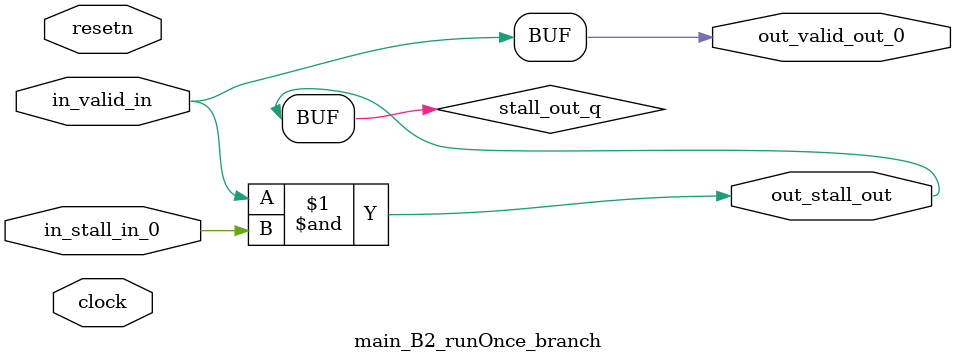
<source format=sv>



(* altera_attribute = "-name AUTO_SHIFT_REGISTER_RECOGNITION OFF; -name MESSAGE_DISABLE 10036; -name MESSAGE_DISABLE 10037; -name MESSAGE_DISABLE 14130; -name MESSAGE_DISABLE 14320; -name MESSAGE_DISABLE 15400; -name MESSAGE_DISABLE 14130; -name MESSAGE_DISABLE 10036; -name MESSAGE_DISABLE 12020; -name MESSAGE_DISABLE 12030; -name MESSAGE_DISABLE 12010; -name MESSAGE_DISABLE 12110; -name MESSAGE_DISABLE 14320; -name MESSAGE_DISABLE 13410; -name MESSAGE_DISABLE 113007; -name MESSAGE_DISABLE 10958" *)
module main_B2_runOnce_branch (
    input wire [0:0] in_stall_in_0,
    input wire [0:0] in_valid_in,
    output wire [0:0] out_stall_out,
    output wire [0:0] out_valid_out_0,
    input wire clock,
    input wire resetn
    );

    wire [0:0] stall_out_q;


    // stall_out(LOGICAL,6)
    assign stall_out_q = in_valid_in & in_stall_in_0;

    // out_stall_out(GPOUT,4)
    assign out_stall_out = stall_out_q;

    // out_valid_out_0(GPOUT,5)
    assign out_valid_out_0 = in_valid_in;

endmodule

</source>
